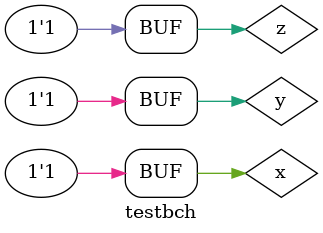
<source format=v>
module threeipgatelevel(x,y,z,F,Fn);
input x,y,z;
output F,Fn;
wire nx,ny,xyz1,xyz2,xy1,xy2,nf1,nf2,f1;
not n1(nx,x);
not n2(ny,y);
and a1(xy1,nx,ny);
and a2(xyz1,xy1,z);
and a3(xy2,nx,y);
and a4(xyz2,xy2,z);
and a5(xy3,ny,x);
or o1(f1,xyz1,xyz2);
or o2(F,f1,xy3);
or o3(nf1,xyz1,xyz2);
or o4(nf2,f1,xy3);
not n3(Fn,nf2);
endmodule

module testbch();
reg x,y,z;
wire F,Fn;
threeipgatelevel tigg(x,y,z,F,Fn);
initial
begin
$monitor($time,"x=%b,y=%b,z=%b,F=%b,Fn=%b",x,y,z,F,Fn);
    x=1'b0;y=1'b0;z=1'b0; //1
#50 x=1'b0;y=1'b0;z=1'b1; //2
#50 x=1'b0;y=1'b1;z=1'b0; //3
#50 x=1'b0;y=1'b1;z=1'b1; //4
#50 x=1'b1;y=1'b0;z=1'b0; //5
#50 x=1'b1;y=1'b0;z=1'b1; //6
#50 x=1'b1;y=1'b1;z=1'b0; //7
#50 x=1'b1;y=1'b1;z=1'b1; //8
end
endmodule

</source>
